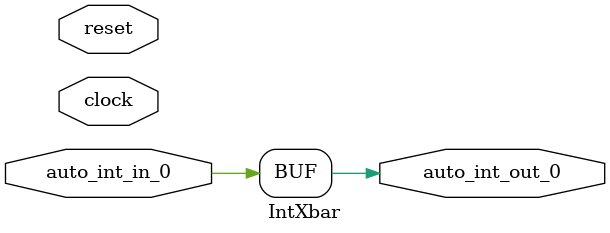
<source format=v>
module IntXbar(
  input   clock,
  input   reset,
  input   auto_int_in_0,
  output  auto_int_out_0
);
  assign auto_int_out_0 = auto_int_in_0; // @[Nodes.scala 389:84 LazyModule.scala 181:31]
endmodule

</source>
